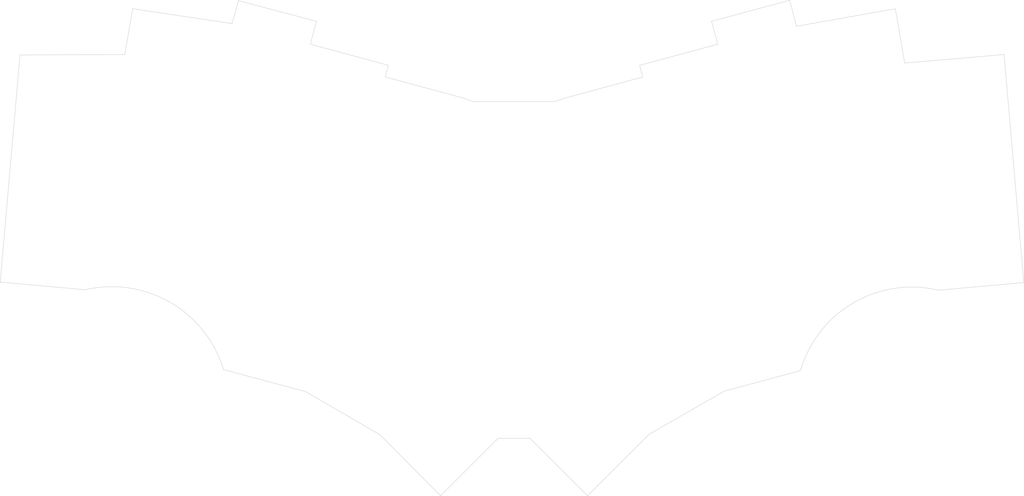
<source format=kicad_pcb>
(kicad_pcb (version 20221018) (generator pcbnew)
  (layers (0 "F.Cu" signal) (31 "B.Cu" signal) (34 "B.Paste" user) (35 "F.Paste" user) (36 "B.SilkS" user "B.Silkscreen") (37 "F.SilkS" user "F.Silkscreen") (38 "B.Mask" user) (39 "F.Mask" user) (44 "Edge.Cuts" user))
  (net 0 "")
  (footprint "MountingHole:MountingHole_2.2mm_M2_DIN965" (layer "F.Cu") (at 120.790762 120.116259)
    (fp_text reference "H2" hide)
    (fp_text value "MountingHole")
    (pad "" np_thru_hole circle (at 0 0) (size 2.2 2.2) (drill 2.2) (layers "F&B.Cu" "*.Mask"))
  )
  (footprint "MountingHole:MountingHole_2.2mm_M2_DIN965" (layer "F.Cu") (at 241.500003 106.742942)
    (fp_text reference "H7" hide)
    (fp_text value "MountingHole")
    (pad "" np_thru_hole circle (at 0 0) (size 2.2 2.2) (drill 2.2) (layers "F&B.Cu" "*.Mask"))
  )
  (footprint "MountingHole:MountingHole_2.2mm_M2_DIN965" (layer "F.Cu") (at 56.999995 106.034605)
    (fp_text reference "H5" hide)
    (fp_text value "MountingHole" hide)
    (pad "" np_thru_hole circle (at 0 0) (size 2.2 2.2) (drill 2.2) (layers "F&B.Cu" "*.Mask"))
  )
  (footprint "MountingHole:MountingHole_2.2mm_M2_DIN965" (layer "F.Cu") (at 161.999997 86.909426)
    (fp_text reference "H8" hide)
    (fp_text value "MountingHole")
    (pad "" np_thru_hole circle (at 0 0) (size 2.2 2.2) (drill 2.2) (layers "F&B.Cu" "*.Mask"))
  )
  (footprint "MountingHole:MountingHole_2.2mm_M2_DIN965" (layer "F.Cu") (at 58.500004 59.992505)
    (fp_text reference "H1" hide)
    (fp_text value "MountingHole")
    (pad "" np_thru_hole circle (at 0 0) (size 2.2 2.2) (drill 2.2) (layers "F&B.Cu" "*.Mask"))
  )
  (footprint "MountingHole:MountingHole_2.2mm_M2_DIN965" (layer "F.Cu") (at 237.750001 62.117519)
    (fp_text reference "H3" hide)
    (fp_text value "MountingHole")
    (pad "" np_thru_hole circle (at 0 0) (size 2.2 2.2) (drill 2.2) (layers "F&B.Cu" "*.Mask"))
  )
  (footprint "MountingHole:MountingHole_2.2mm_M2_DIN965" (layer "F.Cu") (at 136.499999 86.909423)
    (fp_text reference "H6" hide)
    (fp_text value "MountingHole")
    (pad "" np_thru_hole circle (at 0 0) (size 2.2 2.2) (drill 2.2) (layers "F&B.Cu" "*.Mask"))
  )
  (footprint "MountingHole:MountingHole_2.2mm_M2_DIN965" (layer "F.Cu") (at 177.790764 120.116262)
    (fp_text reference "H4" hide)
    (fp_text value "MountingHole")
    (pad "" np_thru_hole circle (at 0 0) (size 2.2 2.2) (drill 2.2) (layers "F&B.Cu" "*.Mask"))
  )
  (gr_line (start 234.1 47.050002) (end 212.099998 50.949997) (stroke (width 0.1)) (layer "Edge.Cuts"))
  (gr_line (start 121.300003 59.650002) (end 103.900002 54.950005) (stroke (width 0.1)) (layer "Edge.Cuts"))
  (gr_line (start 64.399999 47.050001) (end 62.599997 57.250001) (stroke (width 0.1)) (layer "Edge.Cuts"))
  (gr_line (start 132.900006 155.549997) (end 145.700003 142.75) (stroke (width 0.1)) (layer "Edge.Cuts"))
  (gr_line (start 243.700004 109.750008) (end 262.7 108.050003) (stroke (width 0.1)) (layer "Edge.Cuts"))
  (gr_line (start 177.900004 62.249997) (end 160.6 66.949996) (stroke (width 0.1)) (layer "Edge.Cuts"))
  (gr_line (start 165.600002 155.55) (end 179.300003 141.849997) (stroke (width 0.1)) (layer "Edge.Cuts"))
  (gr_line (start 236.200004 59.150003) (end 234.1 47.050002) (stroke (width 0.1)) (layer "Edge.Cuts"))
  (gr_line (start 62.599997 57.250001) (end 39.300002 57.349999) (stroke (width 0.1)) (layer "Edge.Cuts"))
  (gr_line (start 193.200002 49.849999) (end 194.600002 54.950003) (stroke (width 0.1)) (layer "Edge.Cuts"))
  (gr_arc (start 212.999999 127.650004) (mid 224.774784 112.568207) (end 243.700004 109.750008) (stroke (width 0.1)) (layer "Edge.Cuts"))
  (gr_line (start 194.600002 54.950003) (end 177.2 59.650002) (stroke (width 0.1)) (layer "Edge.Cuts"))
  (gr_line (start 262.7 108.050003) (end 258.300003 57.250004) (stroke (width 0.1)) (layer "Edge.Cuts"))
  (gr_line (start 87.900001 45.25) (end 86.500004 50.350003) (stroke (width 0.1)) (layer "Edge.Cuts"))
  (gr_line (start 105.3 49.850001) (end 87.900001 45.25) (stroke (width 0.1)) (layer "Edge.Cuts"))
  (gr_line (start 158.200001 67.75) (end 140.299999 67.749999) (stroke (width 0.1)) (layer "Edge.Cuts"))
  (gr_line (start 195.999996 132.249999) (end 212.999999 127.650004) (stroke (width 0.1)) (layer "Edge.Cuts"))
  (gr_line (start 119.400004 141.950003) (end 132.900006 155.549997) (stroke (width 0.1)) (layer "Edge.Cuts"))
  (gr_line (start 152.800002 142.749998) (end 165.600002 155.55) (stroke (width 0.1)) (layer "Edge.Cuts"))
  (gr_line (start 86.500004 50.350003) (end 64.399999 47.050001) (stroke (width 0.1)) (layer "Edge.Cuts"))
  (gr_line (start 210.599999 45.150001) (end 193.200002 49.849999) (stroke (width 0.1)) (layer "Edge.Cuts"))
  (gr_line (start 39.300002 57.349999) (end 34.899999 107.949997) (stroke (width 0.1)) (layer "Edge.Cuts"))
  (gr_line (start 212.099998 50.949997) (end 210.599999 45.150001) (stroke (width 0.1)) (layer "Edge.Cuts"))
  (gr_line (start 160.6 66.949996) (end 158.200001 67.75) (stroke (width 0.1)) (layer "Edge.Cuts"))
  (gr_line (start 103.900002 54.950005) (end 105.3 49.850001) (stroke (width 0.1)) (layer "Edge.Cuts"))
  (gr_line (start 177.2 59.650002) (end 177.900004 62.249997) (stroke (width 0.1)) (layer "Edge.Cuts"))
  (gr_line (start 137.999999 66.950004) (end 120.600003 62.250006) (stroke (width 0.1)) (layer "Edge.Cuts"))
  (gr_line (start 84.600005 127.450001) (end 102.899999 132.350003) (stroke (width 0.1)) (layer "Edge.Cuts"))
  (gr_line (start 258.300003 57.250004) (end 236.200004 59.150003) (stroke (width 0.1)) (layer "Edge.Cuts"))
  (gr_line (start 145.700003 142.75) (end 152.800002 142.749998) (stroke (width 0.1)) (layer "Edge.Cuts"))
  (gr_line (start 34.899999 107.949997) (end 53.800002 109.650002) (stroke (width 0.1)) (layer "Edge.Cuts"))
  (gr_line (start 140.299999 67.749999) (end 137.999999 66.950004) (stroke (width 0.1)) (layer "Edge.Cuts"))
  (gr_line (start 179.300003 141.849997) (end 195.999996 132.249999) (stroke (width 0.1)) (layer "Edge.Cuts"))
  (gr_line (start 120.600003 62.250006) (end 121.300003 59.650002) (stroke (width 0.1)) (layer "Edge.Cuts"))
  (gr_line (start 102.899999 132.350003) (end 119.400004 141.950003) (stroke (width 0.1)) (layer "Edge.Cuts"))
  (gr_arc (start 53.800002 109.650002) (mid 72.723657 112.452891) (end 84.600005 127.450001) (stroke (width 0.1)) (layer "Edge.Cuts"))
)
</source>
